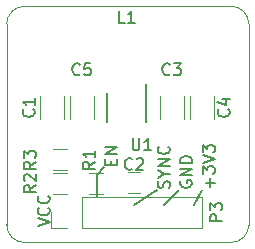
<source format=gbr>
G04 #@! TF.FileFunction,Legend,Top*
%FSLAX46Y46*%
G04 Gerber Fmt 4.6, Leading zero omitted, Abs format (unit mm)*
G04 Created by KiCad (PCBNEW 4.0.5) date Sunday, 09. April 2017 'u32' 16:32:30*
%MOMM*%
%LPD*%
G01*
G04 APERTURE LIST*
%ADD10C,0.100000*%
%ADD11C,0.200000*%
%ADD12C,0.120000*%
%ADD13C,0.150000*%
G04 APERTURE END LIST*
D10*
D11*
X123620000Y-93285000D02*
X124255000Y-92650000D01*
X123620000Y-95190000D02*
X123620000Y-93285000D01*
X124818571Y-92411905D02*
X124818571Y-92078571D01*
X125342381Y-91935714D02*
X125342381Y-92411905D01*
X124342381Y-92411905D01*
X124342381Y-91935714D01*
X125342381Y-91507143D02*
X124342381Y-91507143D01*
X125342381Y-90935714D01*
X124342381Y-90935714D01*
X126795000Y-95825000D02*
X128700000Y-94555000D01*
X129335000Y-95825000D02*
X130605000Y-94555000D01*
X131875000Y-95825000D02*
X132510000Y-94555000D01*
X118627381Y-97634762D02*
X119627381Y-97301429D01*
X118627381Y-96968095D01*
X119532143Y-96063333D02*
X119579762Y-96110952D01*
X119627381Y-96253809D01*
X119627381Y-96349047D01*
X119579762Y-96491905D01*
X119484524Y-96587143D01*
X119389286Y-96634762D01*
X119198810Y-96682381D01*
X119055952Y-96682381D01*
X118865476Y-96634762D01*
X118770238Y-96587143D01*
X118675000Y-96491905D01*
X118627381Y-96349047D01*
X118627381Y-96253809D01*
X118675000Y-96110952D01*
X118722619Y-96063333D01*
X119532143Y-95063333D02*
X119579762Y-95110952D01*
X119627381Y-95253809D01*
X119627381Y-95349047D01*
X119579762Y-95491905D01*
X119484524Y-95587143D01*
X119389286Y-95634762D01*
X119198810Y-95682381D01*
X119055952Y-95682381D01*
X118865476Y-95634762D01*
X118770238Y-95587143D01*
X118675000Y-95491905D01*
X118627381Y-95349047D01*
X118627381Y-95253809D01*
X118675000Y-95110952D01*
X118722619Y-95063333D01*
X129739762Y-94364524D02*
X129787381Y-94221667D01*
X129787381Y-93983571D01*
X129739762Y-93888333D01*
X129692143Y-93840714D01*
X129596905Y-93793095D01*
X129501667Y-93793095D01*
X129406429Y-93840714D01*
X129358810Y-93888333D01*
X129311190Y-93983571D01*
X129263571Y-94174048D01*
X129215952Y-94269286D01*
X129168333Y-94316905D01*
X129073095Y-94364524D01*
X128977857Y-94364524D01*
X128882619Y-94316905D01*
X128835000Y-94269286D01*
X128787381Y-94174048D01*
X128787381Y-93935952D01*
X128835000Y-93793095D01*
X129311190Y-93174048D02*
X129787381Y-93174048D01*
X128787381Y-93507381D02*
X129311190Y-93174048D01*
X128787381Y-92840714D01*
X129787381Y-92507381D02*
X128787381Y-92507381D01*
X129787381Y-91935952D01*
X128787381Y-91935952D01*
X129692143Y-90888333D02*
X129739762Y-90935952D01*
X129787381Y-91078809D01*
X129787381Y-91174047D01*
X129739762Y-91316905D01*
X129644524Y-91412143D01*
X129549286Y-91459762D01*
X129358810Y-91507381D01*
X129215952Y-91507381D01*
X129025476Y-91459762D01*
X128930238Y-91412143D01*
X128835000Y-91316905D01*
X128787381Y-91174047D01*
X128787381Y-91078809D01*
X128835000Y-90935952D01*
X128882619Y-90888333D01*
X130740000Y-93793095D02*
X130692381Y-93888333D01*
X130692381Y-94031190D01*
X130740000Y-94174048D01*
X130835238Y-94269286D01*
X130930476Y-94316905D01*
X131120952Y-94364524D01*
X131263810Y-94364524D01*
X131454286Y-94316905D01*
X131549524Y-94269286D01*
X131644762Y-94174048D01*
X131692381Y-94031190D01*
X131692381Y-93935952D01*
X131644762Y-93793095D01*
X131597143Y-93745476D01*
X131263810Y-93745476D01*
X131263810Y-93935952D01*
X131692381Y-93316905D02*
X130692381Y-93316905D01*
X131692381Y-92745476D01*
X130692381Y-92745476D01*
X131692381Y-92269286D02*
X130692381Y-92269286D01*
X130692381Y-92031191D01*
X130740000Y-91888333D01*
X130835238Y-91793095D01*
X130930476Y-91745476D01*
X131120952Y-91697857D01*
X131263810Y-91697857D01*
X131454286Y-91745476D01*
X131549524Y-91793095D01*
X131644762Y-91888333D01*
X131692381Y-92031191D01*
X131692381Y-92269286D01*
X133216429Y-94316905D02*
X133216429Y-93555000D01*
X133597381Y-93935952D02*
X132835476Y-93935952D01*
X132597381Y-93174048D02*
X132597381Y-92555000D01*
X132978333Y-92888334D01*
X132978333Y-92745476D01*
X133025952Y-92650238D01*
X133073571Y-92602619D01*
X133168810Y-92555000D01*
X133406905Y-92555000D01*
X133502143Y-92602619D01*
X133549762Y-92650238D01*
X133597381Y-92745476D01*
X133597381Y-93031191D01*
X133549762Y-93126429D01*
X133502143Y-93174048D01*
X132597381Y-92269286D02*
X133597381Y-91935953D01*
X132597381Y-91602619D01*
X132597381Y-91364524D02*
X132597381Y-90745476D01*
X132978333Y-91078810D01*
X132978333Y-90935952D01*
X133025952Y-90840714D01*
X133073571Y-90793095D01*
X133168810Y-90745476D01*
X133406905Y-90745476D01*
X133502143Y-90793095D01*
X133549762Y-90840714D01*
X133597381Y-90935952D01*
X133597381Y-91221667D01*
X133549762Y-91316905D01*
X133502143Y-91364524D01*
D10*
X136500000Y-80500000D02*
G75*
G03X135000000Y-79000000I-1500000J0D01*
G01*
X135000000Y-99000000D02*
G75*
G03X136500000Y-97500000I0J1500000D01*
G01*
X116000000Y-97500000D02*
G75*
G03X117500000Y-99000000I1500000J0D01*
G01*
X117500000Y-79000000D02*
G75*
G03X116000000Y-80500000I0J-1500000D01*
G01*
X116000000Y-80500000D02*
X116000000Y-97500000D01*
X135000000Y-79000000D02*
X117500000Y-79000000D01*
X136500000Y-97500000D02*
X136500000Y-80500000D01*
X117500000Y-99000000D02*
X135000000Y-99000000D01*
D12*
X120830000Y-88570000D02*
X120830000Y-86570000D01*
X118790000Y-86570000D02*
X118790000Y-88570000D01*
X127295000Y-93070000D02*
X126295000Y-93070000D01*
X126295000Y-94770000D02*
X127295000Y-94770000D01*
X130990000Y-88570000D02*
X130990000Y-86570000D01*
X128950000Y-86570000D02*
X128950000Y-88570000D01*
X133530000Y-88570000D02*
X133530000Y-86570000D01*
X131490000Y-86570000D02*
X131490000Y-88570000D01*
X123370000Y-88570000D02*
X123370000Y-86570000D01*
X121330000Y-86570000D02*
X121330000Y-88570000D01*
X122350000Y-97790000D02*
X132570000Y-97790000D01*
X132570000Y-97790000D02*
X132570000Y-95130000D01*
X132570000Y-95130000D02*
X122350000Y-95130000D01*
X122350000Y-95130000D02*
X122350000Y-97790000D01*
X121080000Y-97790000D02*
X119750000Y-97790000D01*
X119750000Y-97790000D02*
X119750000Y-96460000D01*
X124150000Y-94880000D02*
X122950000Y-94880000D01*
X122950000Y-93120000D02*
X124150000Y-93120000D01*
X119900000Y-93120000D02*
X121100000Y-93120000D01*
X121100000Y-94880000D02*
X119900000Y-94880000D01*
X119900000Y-91120000D02*
X121100000Y-91120000D01*
X121100000Y-92880000D02*
X119900000Y-92880000D01*
D13*
X124510000Y-86345000D02*
X124510000Y-88795000D01*
X127810000Y-85620000D02*
X127810000Y-88795000D01*
X118262143Y-87736666D02*
X118309762Y-87784285D01*
X118357381Y-87927142D01*
X118357381Y-88022380D01*
X118309762Y-88165238D01*
X118214524Y-88260476D01*
X118119286Y-88308095D01*
X117928810Y-88355714D01*
X117785952Y-88355714D01*
X117595476Y-88308095D01*
X117500238Y-88260476D01*
X117405000Y-88165238D01*
X117357381Y-88022380D01*
X117357381Y-87927142D01*
X117405000Y-87784285D01*
X117452619Y-87736666D01*
X118357381Y-86784285D02*
X118357381Y-87355714D01*
X118357381Y-87070000D02*
X117357381Y-87070000D01*
X117500238Y-87165238D01*
X117595476Y-87260476D01*
X117643095Y-87355714D01*
X126628334Y-92753143D02*
X126580715Y-92800762D01*
X126437858Y-92848381D01*
X126342620Y-92848381D01*
X126199762Y-92800762D01*
X126104524Y-92705524D01*
X126056905Y-92610286D01*
X126009286Y-92419810D01*
X126009286Y-92276952D01*
X126056905Y-92086476D01*
X126104524Y-91991238D01*
X126199762Y-91896000D01*
X126342620Y-91848381D01*
X126437858Y-91848381D01*
X126580715Y-91896000D01*
X126628334Y-91943619D01*
X127009286Y-91943619D02*
X127056905Y-91896000D01*
X127152143Y-91848381D01*
X127390239Y-91848381D01*
X127485477Y-91896000D01*
X127533096Y-91943619D01*
X127580715Y-92038857D01*
X127580715Y-92134095D01*
X127533096Y-92276952D01*
X126961667Y-92848381D01*
X127580715Y-92848381D01*
X129803334Y-84752143D02*
X129755715Y-84799762D01*
X129612858Y-84847381D01*
X129517620Y-84847381D01*
X129374762Y-84799762D01*
X129279524Y-84704524D01*
X129231905Y-84609286D01*
X129184286Y-84418810D01*
X129184286Y-84275952D01*
X129231905Y-84085476D01*
X129279524Y-83990238D01*
X129374762Y-83895000D01*
X129517620Y-83847381D01*
X129612858Y-83847381D01*
X129755715Y-83895000D01*
X129803334Y-83942619D01*
X130136667Y-83847381D02*
X130755715Y-83847381D01*
X130422381Y-84228333D01*
X130565239Y-84228333D01*
X130660477Y-84275952D01*
X130708096Y-84323571D01*
X130755715Y-84418810D01*
X130755715Y-84656905D01*
X130708096Y-84752143D01*
X130660477Y-84799762D01*
X130565239Y-84847381D01*
X130279524Y-84847381D01*
X130184286Y-84799762D01*
X130136667Y-84752143D01*
X134772143Y-87736666D02*
X134819762Y-87784285D01*
X134867381Y-87927142D01*
X134867381Y-88022380D01*
X134819762Y-88165238D01*
X134724524Y-88260476D01*
X134629286Y-88308095D01*
X134438810Y-88355714D01*
X134295952Y-88355714D01*
X134105476Y-88308095D01*
X134010238Y-88260476D01*
X133915000Y-88165238D01*
X133867381Y-88022380D01*
X133867381Y-87927142D01*
X133915000Y-87784285D01*
X133962619Y-87736666D01*
X134200714Y-86879523D02*
X134867381Y-86879523D01*
X133819762Y-87117619D02*
X134534048Y-87355714D01*
X134534048Y-86736666D01*
X122183334Y-84752143D02*
X122135715Y-84799762D01*
X121992858Y-84847381D01*
X121897620Y-84847381D01*
X121754762Y-84799762D01*
X121659524Y-84704524D01*
X121611905Y-84609286D01*
X121564286Y-84418810D01*
X121564286Y-84275952D01*
X121611905Y-84085476D01*
X121659524Y-83990238D01*
X121754762Y-83895000D01*
X121897620Y-83847381D01*
X121992858Y-83847381D01*
X122135715Y-83895000D01*
X122183334Y-83942619D01*
X123088096Y-83847381D02*
X122611905Y-83847381D01*
X122564286Y-84323571D01*
X122611905Y-84275952D01*
X122707143Y-84228333D01*
X122945239Y-84228333D01*
X123040477Y-84275952D01*
X123088096Y-84323571D01*
X123135715Y-84418810D01*
X123135715Y-84656905D01*
X123088096Y-84752143D01*
X123040477Y-84799762D01*
X122945239Y-84847381D01*
X122707143Y-84847381D01*
X122611905Y-84799762D01*
X122564286Y-84752143D01*
X134232381Y-97198095D02*
X133232381Y-97198095D01*
X133232381Y-96817142D01*
X133280000Y-96721904D01*
X133327619Y-96674285D01*
X133422857Y-96626666D01*
X133565714Y-96626666D01*
X133660952Y-96674285D01*
X133708571Y-96721904D01*
X133756190Y-96817142D01*
X133756190Y-97198095D01*
X133232381Y-96293333D02*
X133232381Y-95674285D01*
X133613333Y-96007619D01*
X133613333Y-95864761D01*
X133660952Y-95769523D01*
X133708571Y-95721904D01*
X133803810Y-95674285D01*
X134041905Y-95674285D01*
X134137143Y-95721904D01*
X134184762Y-95769523D01*
X134232381Y-95864761D01*
X134232381Y-96150476D01*
X134184762Y-96245714D01*
X134137143Y-96293333D01*
X123437381Y-92181666D02*
X122961190Y-92515000D01*
X123437381Y-92753095D02*
X122437381Y-92753095D01*
X122437381Y-92372142D01*
X122485000Y-92276904D01*
X122532619Y-92229285D01*
X122627857Y-92181666D01*
X122770714Y-92181666D01*
X122865952Y-92229285D01*
X122913571Y-92276904D01*
X122961190Y-92372142D01*
X122961190Y-92753095D01*
X123437381Y-91229285D02*
X123437381Y-91800714D01*
X123437381Y-91515000D02*
X122437381Y-91515000D01*
X122580238Y-91610238D01*
X122675476Y-91705476D01*
X122723095Y-91800714D01*
X118452381Y-94166666D02*
X117976190Y-94500000D01*
X118452381Y-94738095D02*
X117452381Y-94738095D01*
X117452381Y-94357142D01*
X117500000Y-94261904D01*
X117547619Y-94214285D01*
X117642857Y-94166666D01*
X117785714Y-94166666D01*
X117880952Y-94214285D01*
X117928571Y-94261904D01*
X117976190Y-94357142D01*
X117976190Y-94738095D01*
X117547619Y-93785714D02*
X117500000Y-93738095D01*
X117452381Y-93642857D01*
X117452381Y-93404761D01*
X117500000Y-93309523D01*
X117547619Y-93261904D01*
X117642857Y-93214285D01*
X117738095Y-93214285D01*
X117880952Y-93261904D01*
X118452381Y-93833333D01*
X118452381Y-93214285D01*
X118452381Y-92166666D02*
X117976190Y-92500000D01*
X118452381Y-92738095D02*
X117452381Y-92738095D01*
X117452381Y-92357142D01*
X117500000Y-92261904D01*
X117547619Y-92214285D01*
X117642857Y-92166666D01*
X117785714Y-92166666D01*
X117880952Y-92214285D01*
X117928571Y-92261904D01*
X117976190Y-92357142D01*
X117976190Y-92738095D01*
X117452381Y-91833333D02*
X117452381Y-91214285D01*
X117833333Y-91547619D01*
X117833333Y-91404761D01*
X117880952Y-91309523D01*
X117928571Y-91261904D01*
X118023810Y-91214285D01*
X118261905Y-91214285D01*
X118357143Y-91261904D01*
X118404762Y-91309523D01*
X118452381Y-91404761D01*
X118452381Y-91690476D01*
X118404762Y-91785714D01*
X118357143Y-91833333D01*
X126668095Y-90197381D02*
X126668095Y-91006905D01*
X126715714Y-91102143D01*
X126763333Y-91149762D01*
X126858571Y-91197381D01*
X127049048Y-91197381D01*
X127144286Y-91149762D01*
X127191905Y-91102143D01*
X127239524Y-91006905D01*
X127239524Y-90197381D01*
X128239524Y-91197381D02*
X127668095Y-91197381D01*
X127953809Y-91197381D02*
X127953809Y-90197381D01*
X127858571Y-90340238D01*
X127763333Y-90435476D01*
X127668095Y-90483095D01*
X125993334Y-80402381D02*
X125517143Y-80402381D01*
X125517143Y-79402381D01*
X126850477Y-80402381D02*
X126279048Y-80402381D01*
X126564762Y-80402381D02*
X126564762Y-79402381D01*
X126469524Y-79545238D01*
X126374286Y-79640476D01*
X126279048Y-79688095D01*
M02*

</source>
